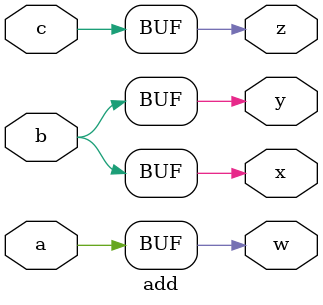
<source format=v>
/* Create a module with 3 inputs and 4 outputs that behaves like wires that makes these connections:

a -> w
b -> x
b -> y
c -> z
*/



module add(a,b,c,w,x,y,z);
input a,b,c;
output w,x,y,z;
assign w=a;
assign x=b;
assign y=b;
assign z=c;
endmodule


</source>
